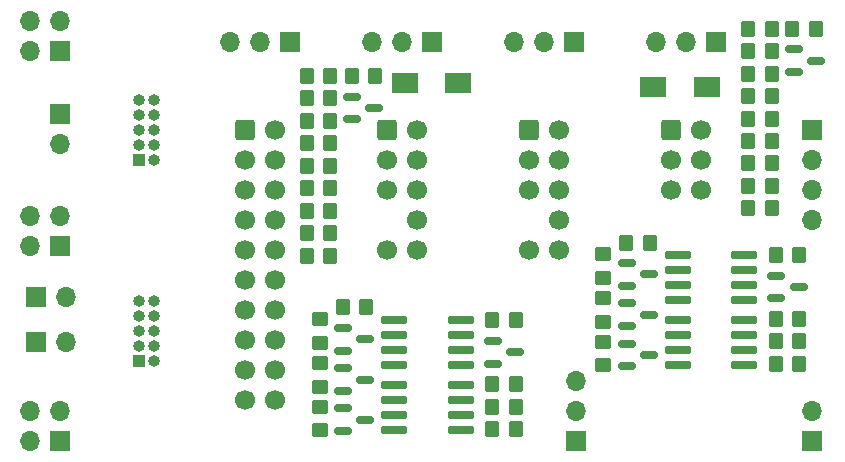
<source format=gbr>
G04 #@! TF.GenerationSoftware,KiCad,Pcbnew,(6.0.2-0)*
G04 #@! TF.CreationDate,2022-06-21T16:35:03+02:00*
G04 #@! TF.ProjectId,ATMEL-ICE-Octopus,41544d45-4c2d-4494-9345-2d4f63746f70,A1*
G04 #@! TF.SameCoordinates,Original*
G04 #@! TF.FileFunction,Soldermask,Bot*
G04 #@! TF.FilePolarity,Negative*
%FSLAX46Y46*%
G04 Gerber Fmt 4.6, Leading zero omitted, Abs format (unit mm)*
G04 Created by KiCad (PCBNEW (6.0.2-0)) date 2022-06-21 16:35:03*
%MOMM*%
%LPD*%
G01*
G04 APERTURE LIST*
G04 Aperture macros list*
%AMRoundRect*
0 Rectangle with rounded corners*
0 $1 Rounding radius*
0 $2 $3 $4 $5 $6 $7 $8 $9 X,Y pos of 4 corners*
0 Add a 4 corners polygon primitive as box body*
4,1,4,$2,$3,$4,$5,$6,$7,$8,$9,$2,$3,0*
0 Add four circle primitives for the rounded corners*
1,1,$1+$1,$2,$3*
1,1,$1+$1,$4,$5*
1,1,$1+$1,$6,$7*
1,1,$1+$1,$8,$9*
0 Add four rect primitives between the rounded corners*
20,1,$1+$1,$2,$3,$4,$5,0*
20,1,$1+$1,$4,$5,$6,$7,0*
20,1,$1+$1,$6,$7,$8,$9,0*
20,1,$1+$1,$8,$9,$2,$3,0*%
G04 Aperture macros list end*
%ADD10R,1.700000X1.700000*%
%ADD11O,1.700000X1.700000*%
%ADD12R,1.000000X1.000000*%
%ADD13O,1.000000X1.000000*%
%ADD14RoundRect,0.250000X-0.600000X-0.600000X0.600000X-0.600000X0.600000X0.600000X-0.600000X0.600000X0*%
%ADD15C,1.700000*%
%ADD16RoundRect,0.250000X-0.350000X-0.450000X0.350000X-0.450000X0.350000X0.450000X-0.350000X0.450000X0*%
%ADD17RoundRect,0.150000X-0.975000X-0.150000X0.975000X-0.150000X0.975000X0.150000X-0.975000X0.150000X0*%
%ADD18RoundRect,0.150000X-0.587500X-0.150000X0.587500X-0.150000X0.587500X0.150000X-0.587500X0.150000X0*%
%ADD19RoundRect,0.250000X-0.450000X0.350000X-0.450000X-0.350000X0.450000X-0.350000X0.450000X0.350000X0*%
%ADD20R,2.300000X1.700000*%
%ADD21RoundRect,0.250000X0.350000X0.450000X-0.350000X0.450000X-0.350000X-0.450000X0.350000X-0.450000X0*%
G04 APERTURE END LIST*
D10*
G04 #@! TO.C,JP1*
X92300000Y-105600000D03*
D11*
X94840000Y-105600000D03*
G04 #@! TD*
D12*
G04 #@! TO.C,J1*
X101000000Y-111040000D03*
D13*
X102270000Y-111040000D03*
X101000000Y-109770000D03*
X102270000Y-109770000D03*
X101000000Y-108500000D03*
X102270000Y-108500000D03*
X101000000Y-107230000D03*
X102270000Y-107230000D03*
X101000000Y-105960000D03*
X102270000Y-105960000D03*
G04 #@! TD*
D14*
G04 #@! TO.C,J12*
X122000000Y-91500000D03*
D15*
X124540000Y-91500000D03*
X122000000Y-94040000D03*
X124540000Y-94040000D03*
X122000000Y-96580000D03*
X124540000Y-96580000D03*
X124540000Y-99120000D03*
X122000000Y-101660000D03*
X124540000Y-101660000D03*
G04 #@! TD*
D10*
G04 #@! TO.C,J8*
X94300000Y-90100000D03*
D11*
X94300000Y-92640000D03*
G04 #@! TD*
D10*
G04 #@! TO.C,J3*
X94325000Y-101270000D03*
D11*
X91785000Y-101270000D03*
X94325000Y-98730000D03*
X91785000Y-98730000D03*
G04 #@! TD*
D10*
G04 #@! TO.C,J16*
X158000000Y-117800000D03*
D11*
X158000000Y-115260000D03*
G04 #@! TD*
D10*
G04 #@! TO.C,J21*
X113810000Y-84000000D03*
D11*
X111270000Y-84000000D03*
X108730000Y-84000000D03*
G04 #@! TD*
D12*
G04 #@! TO.C,J2*
X101000000Y-94040000D03*
D13*
X102270000Y-94040000D03*
X101000000Y-92770000D03*
X102270000Y-92770000D03*
X101000000Y-91500000D03*
X102270000Y-91500000D03*
X101000000Y-90230000D03*
X102270000Y-90230000D03*
X101000000Y-88960000D03*
X102270000Y-88960000D03*
G04 #@! TD*
D10*
G04 #@! TO.C,J5*
X94325000Y-84760000D03*
D11*
X91785000Y-84760000D03*
X94325000Y-82220000D03*
X91785000Y-82220000D03*
G04 #@! TD*
D10*
G04 #@! TO.C,J4*
X94325000Y-117780000D03*
D11*
X91785000Y-117780000D03*
X94325000Y-115240000D03*
X91785000Y-115240000D03*
G04 #@! TD*
D14*
G04 #@! TO.C,J14*
X146000000Y-91500000D03*
D15*
X148540000Y-91500000D03*
X146000000Y-94040000D03*
X148540000Y-94040000D03*
X146000000Y-96580000D03*
X148540000Y-96580000D03*
G04 #@! TD*
D14*
G04 #@! TO.C,J11*
X110000000Y-91500000D03*
D15*
X112540000Y-91500000D03*
X110000000Y-94040000D03*
X112540000Y-94040000D03*
X110000000Y-96580000D03*
X112540000Y-96580000D03*
X110000000Y-99120000D03*
X112540000Y-99120000D03*
X110000000Y-101660000D03*
X112540000Y-101660000D03*
X110000000Y-104200000D03*
X112540000Y-104200000D03*
X110000000Y-106740000D03*
X112540000Y-106740000D03*
X110000000Y-109280000D03*
X112540000Y-109280000D03*
X110000000Y-111820000D03*
X112540000Y-111820000D03*
X110000000Y-114360000D03*
X112540000Y-114360000D03*
G04 #@! TD*
D10*
G04 #@! TO.C,J23*
X137810000Y-84000000D03*
D11*
X135270000Y-84000000D03*
X132730000Y-84000000D03*
G04 #@! TD*
D10*
G04 #@! TO.C,JP2*
X92300000Y-109400000D03*
D11*
X94840000Y-109400000D03*
G04 #@! TD*
D14*
G04 #@! TO.C,J13*
X134000000Y-91500000D03*
D15*
X136540000Y-91500000D03*
X134000000Y-94040000D03*
X136540000Y-94040000D03*
X134000000Y-96580000D03*
X136540000Y-96580000D03*
X136540000Y-99120000D03*
X134000000Y-101660000D03*
X136540000Y-101660000D03*
G04 #@! TD*
D10*
G04 #@! TO.C,J15*
X158000000Y-91500000D03*
D11*
X158000000Y-94040000D03*
X158000000Y-96580000D03*
X158000000Y-99120000D03*
G04 #@! TD*
D10*
G04 #@! TO.C,J24*
X149810000Y-84000000D03*
D11*
X147270000Y-84000000D03*
X144730000Y-84000000D03*
G04 #@! TD*
D10*
G04 #@! TO.C,J9*
X138000000Y-117800000D03*
D11*
X138000000Y-115260000D03*
X138000000Y-112720000D03*
G04 #@! TD*
D10*
G04 #@! TO.C,J22*
X125810000Y-84000000D03*
D11*
X123270000Y-84000000D03*
X120730000Y-84000000D03*
G04 #@! TD*
D16*
G04 #@! TO.C,R48*
X115200000Y-88800000D03*
X117200000Y-88800000D03*
G04 #@! TD*
D17*
G04 #@! TO.C,U12*
X146600000Y-105905000D03*
X146600000Y-104635000D03*
X146600000Y-103365000D03*
X146600000Y-102095000D03*
X152250000Y-102095000D03*
X152250000Y-103365000D03*
X152250000Y-104635000D03*
X152250000Y-105905000D03*
G04 #@! TD*
D16*
G04 #@! TO.C,R18*
X154900000Y-102065000D03*
X156900000Y-102065000D03*
G04 #@! TD*
G04 #@! TO.C,R21*
X130900000Y-116800000D03*
X132900000Y-116800000D03*
G04 #@! TD*
G04 #@! TO.C,R17*
X154900000Y-107465000D03*
X156900000Y-107465000D03*
G04 #@! TD*
D18*
G04 #@! TO.C,Q13*
X142287500Y-111450000D03*
X142287500Y-109550000D03*
X144162500Y-110500000D03*
G04 #@! TD*
D19*
G04 #@! TO.C,R24*
X116300000Y-111200000D03*
X116300000Y-113200000D03*
G04 #@! TD*
D16*
G04 #@! TO.C,R37*
X152600000Y-86700000D03*
X154600000Y-86700000D03*
G04 #@! TD*
G04 #@! TO.C,R39*
X152600000Y-82900000D03*
X154600000Y-82900000D03*
G04 #@! TD*
G04 #@! TO.C,R35*
X152600000Y-90500000D03*
X154600000Y-90500000D03*
G04 #@! TD*
D18*
G04 #@! TO.C,Q17*
X154962500Y-105715000D03*
X154962500Y-103815000D03*
X156837500Y-104765000D03*
G04 #@! TD*
D20*
G04 #@! TO.C,D29*
X128050000Y-87500000D03*
X123550000Y-87500000D03*
G04 #@! TD*
D19*
G04 #@! TO.C,R25*
X116300000Y-107500000D03*
X116300000Y-109500000D03*
G04 #@! TD*
D21*
G04 #@! TO.C,R29*
X121000000Y-86900000D03*
X119000000Y-86900000D03*
G04 #@! TD*
D16*
G04 #@! TO.C,R11*
X154900000Y-111300000D03*
X156900000Y-111300000D03*
G04 #@! TD*
G04 #@! TO.C,R38*
X152600000Y-84800000D03*
X154600000Y-84800000D03*
G04 #@! TD*
D18*
G04 #@! TO.C,Q29*
X119062500Y-90550000D03*
X119062500Y-88650000D03*
X120937500Y-89600000D03*
G04 #@! TD*
D21*
G04 #@! TO.C,R26*
X120240000Y-106500000D03*
X118240000Y-106500000D03*
G04 #@! TD*
D18*
G04 #@! TO.C,Q15*
X142287500Y-104650000D03*
X142287500Y-102750000D03*
X144162500Y-103700000D03*
G04 #@! TD*
D16*
G04 #@! TO.C,R47*
X115200000Y-90700000D03*
X117200000Y-90700000D03*
G04 #@! TD*
D19*
G04 #@! TO.C,R13*
X140325000Y-109400000D03*
X140325000Y-111400000D03*
G04 #@! TD*
D21*
G04 #@! TO.C,R19*
X158300000Y-82900000D03*
X156300000Y-82900000D03*
G04 #@! TD*
D16*
G04 #@! TO.C,R27*
X130900000Y-113000000D03*
X132900000Y-113000000D03*
G04 #@! TD*
G04 #@! TO.C,R49*
X115200000Y-86900000D03*
X117200000Y-86900000D03*
G04 #@! TD*
D18*
G04 #@! TO.C,Q23*
X118262500Y-116950000D03*
X118262500Y-115050000D03*
X120137500Y-116000000D03*
G04 #@! TD*
G04 #@! TO.C,Q27*
X130962500Y-111250000D03*
X130962500Y-109350000D03*
X132837500Y-110300000D03*
G04 #@! TD*
D16*
G04 #@! TO.C,R46*
X115200000Y-92600000D03*
X117200000Y-92600000D03*
G04 #@! TD*
D17*
G04 #@! TO.C,U11*
X146600000Y-111405000D03*
X146600000Y-110135000D03*
X146600000Y-108865000D03*
X146600000Y-107595000D03*
X152250000Y-107595000D03*
X152250000Y-108865000D03*
X152250000Y-110135000D03*
X152250000Y-111405000D03*
G04 #@! TD*
D16*
G04 #@! TO.C,R34*
X152600000Y-92400000D03*
X154600000Y-92400000D03*
G04 #@! TD*
G04 #@! TO.C,R42*
X115200000Y-100200000D03*
X117200000Y-100200000D03*
G04 #@! TD*
G04 #@! TO.C,R43*
X115200000Y-98300000D03*
X117200000Y-98300000D03*
G04 #@! TD*
D17*
G04 #@! TO.C,U21*
X122615000Y-116905000D03*
X122615000Y-115635000D03*
X122615000Y-114365000D03*
X122615000Y-113095000D03*
X128265000Y-113095000D03*
X128265000Y-114365000D03*
X128265000Y-115635000D03*
X128265000Y-116905000D03*
G04 #@! TD*
D16*
G04 #@! TO.C,R12*
X154900000Y-109365000D03*
X156900000Y-109365000D03*
G04 #@! TD*
G04 #@! TO.C,R44*
X115200000Y-96400000D03*
X117200000Y-96400000D03*
G04 #@! TD*
G04 #@! TO.C,R28*
X130900000Y-107600000D03*
X132900000Y-107600000D03*
G04 #@! TD*
D19*
G04 #@! TO.C,R23*
X116300000Y-114900000D03*
X116300000Y-116900000D03*
G04 #@! TD*
G04 #@! TO.C,R14*
X140325000Y-105700000D03*
X140325000Y-107700000D03*
G04 #@! TD*
D18*
G04 #@! TO.C,Q25*
X118262500Y-110150000D03*
X118262500Y-108250000D03*
X120137500Y-109200000D03*
G04 #@! TD*
D16*
G04 #@! TO.C,R33*
X152600000Y-94300000D03*
X154600000Y-94300000D03*
G04 #@! TD*
G04 #@! TO.C,R22*
X130900000Y-114900000D03*
X132900000Y-114900000D03*
G04 #@! TD*
D18*
G04 #@! TO.C,Q19*
X156462500Y-86550000D03*
X156462500Y-84650000D03*
X158337500Y-85600000D03*
G04 #@! TD*
D21*
G04 #@! TO.C,R16*
X144225000Y-101000000D03*
X142225000Y-101000000D03*
G04 #@! TD*
D16*
G04 #@! TO.C,R31*
X152600000Y-98100000D03*
X154600000Y-98100000D03*
G04 #@! TD*
G04 #@! TO.C,R32*
X152600000Y-96200000D03*
X154600000Y-96200000D03*
G04 #@! TD*
G04 #@! TO.C,R41*
X115200000Y-102100000D03*
X117200000Y-102100000D03*
G04 #@! TD*
D20*
G04 #@! TO.C,D19*
X144550000Y-87800000D03*
X149050000Y-87800000D03*
G04 #@! TD*
D18*
G04 #@! TO.C,Q14*
X142287500Y-108050000D03*
X142287500Y-106150000D03*
X144162500Y-107100000D03*
G04 #@! TD*
D19*
G04 #@! TO.C,R15*
X140325000Y-102000000D03*
X140325000Y-104000000D03*
G04 #@! TD*
D16*
G04 #@! TO.C,R36*
X152600000Y-88600000D03*
X154600000Y-88600000D03*
G04 #@! TD*
D17*
G04 #@! TO.C,U22*
X122615000Y-111405000D03*
X122615000Y-110135000D03*
X122615000Y-108865000D03*
X122615000Y-107595000D03*
X128265000Y-107595000D03*
X128265000Y-108865000D03*
X128265000Y-110135000D03*
X128265000Y-111405000D03*
G04 #@! TD*
D16*
G04 #@! TO.C,R45*
X115200000Y-94500000D03*
X117200000Y-94500000D03*
G04 #@! TD*
D18*
G04 #@! TO.C,Q24*
X118262500Y-113550000D03*
X118262500Y-111650000D03*
X120137500Y-112600000D03*
G04 #@! TD*
M02*

</source>
